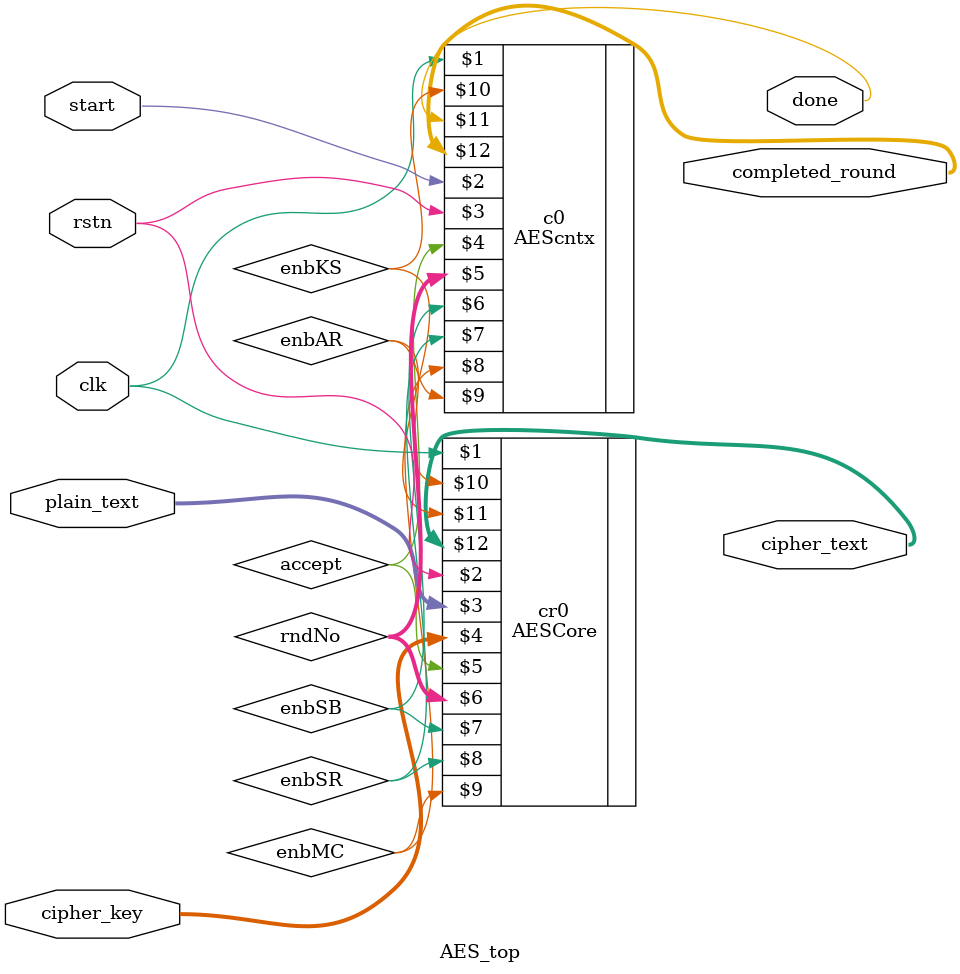
<source format=v>
module AES_top(
//from testbench
input  clk,
input  start,
input  rstn,
input  [127:0] plain_text,
input  [127:0] cipher_key,
//to testbench
output  done,
output  [9:0] completed_round,
output  [127:0] cipher_text
);
////enter your code here
wire accept,enbSB,enbSR,enbMC,enbAR,enbKS;
wire [3:0] rndNo;

AEScntx c0(clk,start,rstn,accept,rndNo,enbSB,enbSR,enbMC,enbAR,enbKS,done,completed_round);
AESCore cr0(clk,rstn,plain_text,cipher_key,accept,rndNo,enbSB,enbSR,enbMC,enbAR,enbKS,cipher_text);

 
endmodule

</source>
